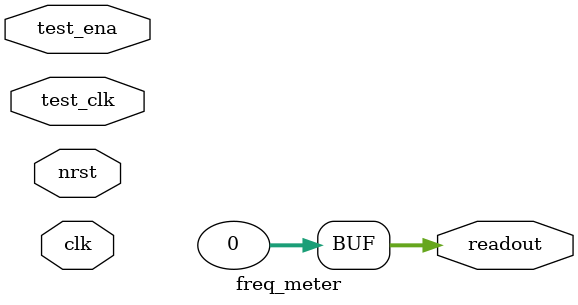
<source format=sv>


/* --- INSTANTIATION TEMPLATE BEGIN ---

freq_meter fm1 (
  .clk( clk ),  // 62.5 MHz expected
  .nrst( nrst ),

  .test_clk(  ),
  .test_ena(  ),

  .readout(  )
);

--- INSTANTIATION TEMPLATE END ---*/


module freq_meter (
  input clk,                  // system clock, 62.5 MHz expected
  input nrst,                 // reset (inversed)

  input test_clk,             // signal to count
  input test_ena,             // enable counting signal (in test_clk domain)

  output [31:0] readout = '0  // number of test_clk complete cycles per
);                            // 1073741,824 mks time base


  logic [31:0] clk_div;
  clk_divider #(
    .WIDTH( 32 )
  ) sys_cd (
    .clk( clk ),
    .nrst( nrst ),
    .ena( 1'b1 ),
    .out(  )
  );

  // synchronizing into test frequency time domain
  logic start_new_count;

  delay #(
      .LENGTH( 2 ),
      .WIDTH( 1 )
  ) sstart_new_count_d_SYNC_ATTR (
      .clk( test_clk ),
      .nrst( 1'b1 ),
      .ena( 1'b1 ),
      .in( clk_div[15] ),  // defines the timebase
      .out( start_new_count )
  );

  // detecting rising edge of start condition
  logic start_new_count_rise;

  edge_detect start_new_count_ed (
    .clk( test_clk ),
    .nrst( 1'b1 ),
    .in( start_new_count ),
    .rising( start_new_count_rise ),
    .falling(  ),
    .both(  )
  );

  logic [31:0] cntr_tc = 31'b1;

  logic [31:0] readout_tc = '0;
  logic        readout_tc_valid = 1'b0;

  always_ff @(posedge test_clk) begin
    if( start_new_count_rise ) begin

      // every counter refreshes approx. once in a second and holds a value of
      // test freq complete periods over 1073741,824 mks
      readout_tc[31:0] <= cntr_tc[31:0];
      readout_tc_valid <= 1'b1;

      cntr_tc[31:0] <= 1;
    end else if( test_ena ) begin
      readout_tc_valid <= 1'b0;

      cntr_tc[31:0] <= cntr_tc[31:0] + 1'b1;
    end
  end

  // synchronizing back into clk time domain
  logic readout_valid;
  cdc_strobe readout_valid_tc_cdc (
    .arst( 1'b0 ),

    .clk1( test_clk ),
    .nrst1( 1'b1 ),
    .strb1( readout_tc_valid ),

    .clk2( clk ),
    .nrst2( nrst ),
    .strb2( readout_valid )
  );


  always_ff @(posedge clk) begin
    if( ~nrst ) begin
      readout[31:0] <= '0;
    end else begin
      if( readout_valid ) begin
        readout[31:0] <= readout_tc[31:0];
      end
    end
  end

endmodule


</source>
